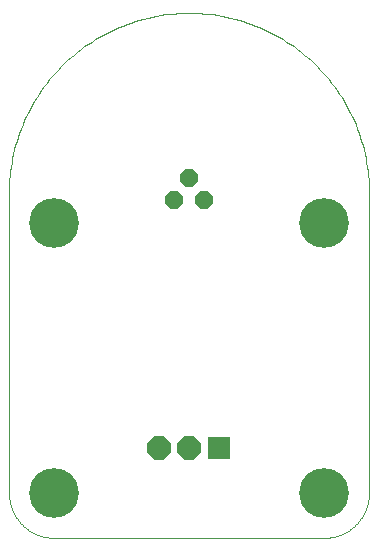
<source format=gbs>
G75*
%MOIN*%
%OFA0B0*%
%FSLAX25Y25*%
%IPPOS*%
%LPD*%
%AMOC8*
5,1,8,0,0,1.08239X$1,22.5*
%
%ADD10OC8,0.06000*%
%ADD11C,0.16611*%
%ADD12C,0.00000*%
%ADD13OC8,0.07800*%
%ADD14R,0.07800X0.07800*%
D10*
X0056500Y0114000D03*
X0061500Y0121500D03*
X0066500Y0114000D03*
D11*
X0106500Y0106500D03*
X0106500Y0016500D03*
X0016500Y0016500D03*
X0016500Y0106500D03*
D12*
X0001500Y0116500D02*
X0001500Y0016500D01*
X0001504Y0016138D01*
X0001518Y0015775D01*
X0001539Y0015413D01*
X0001570Y0015052D01*
X0001609Y0014692D01*
X0001657Y0014333D01*
X0001714Y0013975D01*
X0001779Y0013618D01*
X0001853Y0013263D01*
X0001936Y0012910D01*
X0002027Y0012559D01*
X0002126Y0012211D01*
X0002234Y0011865D01*
X0002350Y0011521D01*
X0002475Y0011181D01*
X0002607Y0010844D01*
X0002748Y0010510D01*
X0002897Y0010179D01*
X0003054Y0009852D01*
X0003218Y0009529D01*
X0003390Y0009210D01*
X0003570Y0008896D01*
X0003758Y0008585D01*
X0003953Y0008280D01*
X0004155Y0007979D01*
X0004365Y0007683D01*
X0004581Y0007393D01*
X0004805Y0007107D01*
X0005035Y0006827D01*
X0005272Y0006553D01*
X0005516Y0006285D01*
X0005766Y0006022D01*
X0006022Y0005766D01*
X0006285Y0005516D01*
X0006553Y0005272D01*
X0006827Y0005035D01*
X0007107Y0004805D01*
X0007393Y0004581D01*
X0007683Y0004365D01*
X0007979Y0004155D01*
X0008280Y0003953D01*
X0008585Y0003758D01*
X0008896Y0003570D01*
X0009210Y0003390D01*
X0009529Y0003218D01*
X0009852Y0003054D01*
X0010179Y0002897D01*
X0010510Y0002748D01*
X0010844Y0002607D01*
X0011181Y0002475D01*
X0011521Y0002350D01*
X0011865Y0002234D01*
X0012211Y0002126D01*
X0012559Y0002027D01*
X0012910Y0001936D01*
X0013263Y0001853D01*
X0013618Y0001779D01*
X0013975Y0001714D01*
X0014333Y0001657D01*
X0014692Y0001609D01*
X0015052Y0001570D01*
X0015413Y0001539D01*
X0015775Y0001518D01*
X0016138Y0001504D01*
X0016500Y0001500D01*
X0106500Y0001500D01*
X0106862Y0001504D01*
X0107225Y0001518D01*
X0107587Y0001539D01*
X0107948Y0001570D01*
X0108308Y0001609D01*
X0108667Y0001657D01*
X0109025Y0001714D01*
X0109382Y0001779D01*
X0109737Y0001853D01*
X0110090Y0001936D01*
X0110441Y0002027D01*
X0110789Y0002126D01*
X0111135Y0002234D01*
X0111479Y0002350D01*
X0111819Y0002475D01*
X0112156Y0002607D01*
X0112490Y0002748D01*
X0112821Y0002897D01*
X0113148Y0003054D01*
X0113471Y0003218D01*
X0113790Y0003390D01*
X0114104Y0003570D01*
X0114415Y0003758D01*
X0114720Y0003953D01*
X0115021Y0004155D01*
X0115317Y0004365D01*
X0115607Y0004581D01*
X0115893Y0004805D01*
X0116173Y0005035D01*
X0116447Y0005272D01*
X0116715Y0005516D01*
X0116978Y0005766D01*
X0117234Y0006022D01*
X0117484Y0006285D01*
X0117728Y0006553D01*
X0117965Y0006827D01*
X0118195Y0007107D01*
X0118419Y0007393D01*
X0118635Y0007683D01*
X0118845Y0007979D01*
X0119047Y0008280D01*
X0119242Y0008585D01*
X0119430Y0008896D01*
X0119610Y0009210D01*
X0119782Y0009529D01*
X0119946Y0009852D01*
X0120103Y0010179D01*
X0120252Y0010510D01*
X0120393Y0010844D01*
X0120525Y0011181D01*
X0120650Y0011521D01*
X0120766Y0011865D01*
X0120874Y0012211D01*
X0120973Y0012559D01*
X0121064Y0012910D01*
X0121147Y0013263D01*
X0121221Y0013618D01*
X0121286Y0013975D01*
X0121343Y0014333D01*
X0121391Y0014692D01*
X0121430Y0015052D01*
X0121461Y0015413D01*
X0121482Y0015775D01*
X0121496Y0016138D01*
X0121500Y0016500D01*
X0121500Y0116500D01*
X0121482Y0117961D01*
X0121429Y0119421D01*
X0121340Y0120880D01*
X0121216Y0122336D01*
X0121056Y0123788D01*
X0120861Y0125236D01*
X0120630Y0126679D01*
X0120365Y0128116D01*
X0120065Y0129546D01*
X0119730Y0130968D01*
X0119360Y0132382D01*
X0118956Y0133786D01*
X0118518Y0135180D01*
X0118046Y0136563D01*
X0117541Y0137934D01*
X0117002Y0139292D01*
X0116431Y0140637D01*
X0115827Y0141967D01*
X0115191Y0143283D01*
X0114523Y0144582D01*
X0113823Y0145865D01*
X0113092Y0147130D01*
X0112331Y0148378D01*
X0111540Y0149606D01*
X0110719Y0150815D01*
X0109869Y0152003D01*
X0108990Y0153170D01*
X0108083Y0154316D01*
X0107148Y0155439D01*
X0106186Y0156539D01*
X0105198Y0157615D01*
X0104184Y0158667D01*
X0103144Y0159694D01*
X0102080Y0160695D01*
X0100992Y0161671D01*
X0099880Y0162619D01*
X0098746Y0163540D01*
X0097589Y0164433D01*
X0096412Y0165297D01*
X0095213Y0166133D01*
X0093994Y0166939D01*
X0092756Y0167716D01*
X0091500Y0168462D01*
X0090226Y0169177D01*
X0088935Y0169861D01*
X0087627Y0170513D01*
X0086304Y0171133D01*
X0084966Y0171721D01*
X0083615Y0172276D01*
X0082250Y0172798D01*
X0080873Y0173286D01*
X0079484Y0173741D01*
X0078085Y0174162D01*
X0076676Y0174549D01*
X0075258Y0174901D01*
X0073832Y0175219D01*
X0072398Y0175502D01*
X0070958Y0175750D01*
X0069513Y0175963D01*
X0068062Y0176140D01*
X0066608Y0176282D01*
X0065151Y0176389D01*
X0063691Y0176460D01*
X0062231Y0176496D01*
X0060769Y0176496D01*
X0059309Y0176460D01*
X0057849Y0176389D01*
X0056392Y0176282D01*
X0054938Y0176140D01*
X0053487Y0175963D01*
X0052042Y0175750D01*
X0050602Y0175502D01*
X0049168Y0175219D01*
X0047742Y0174901D01*
X0046324Y0174549D01*
X0044915Y0174162D01*
X0043516Y0173741D01*
X0042127Y0173286D01*
X0040750Y0172798D01*
X0039385Y0172276D01*
X0038034Y0171721D01*
X0036696Y0171133D01*
X0035373Y0170513D01*
X0034065Y0169861D01*
X0032774Y0169177D01*
X0031500Y0168462D01*
X0030244Y0167716D01*
X0029006Y0166939D01*
X0027787Y0166133D01*
X0026588Y0165297D01*
X0025411Y0164433D01*
X0024254Y0163540D01*
X0023120Y0162619D01*
X0022008Y0161671D01*
X0020920Y0160695D01*
X0019856Y0159694D01*
X0018816Y0158667D01*
X0017802Y0157615D01*
X0016814Y0156539D01*
X0015852Y0155439D01*
X0014917Y0154316D01*
X0014010Y0153170D01*
X0013131Y0152003D01*
X0012281Y0150815D01*
X0011460Y0149606D01*
X0010669Y0148378D01*
X0009908Y0147130D01*
X0009177Y0145865D01*
X0008477Y0144582D01*
X0007809Y0143283D01*
X0007173Y0141967D01*
X0006569Y0140637D01*
X0005998Y0139292D01*
X0005459Y0137934D01*
X0004954Y0136563D01*
X0004482Y0135180D01*
X0004044Y0133786D01*
X0003640Y0132382D01*
X0003270Y0130968D01*
X0002935Y0129546D01*
X0002635Y0128116D01*
X0002370Y0126679D01*
X0002139Y0125236D01*
X0001944Y0123788D01*
X0001784Y0122336D01*
X0001660Y0120880D01*
X0001571Y0119421D01*
X0001518Y0117961D01*
X0001500Y0116500D01*
D13*
X0051500Y0031500D03*
X0061500Y0031500D03*
D14*
X0071500Y0031500D03*
M02*

</source>
